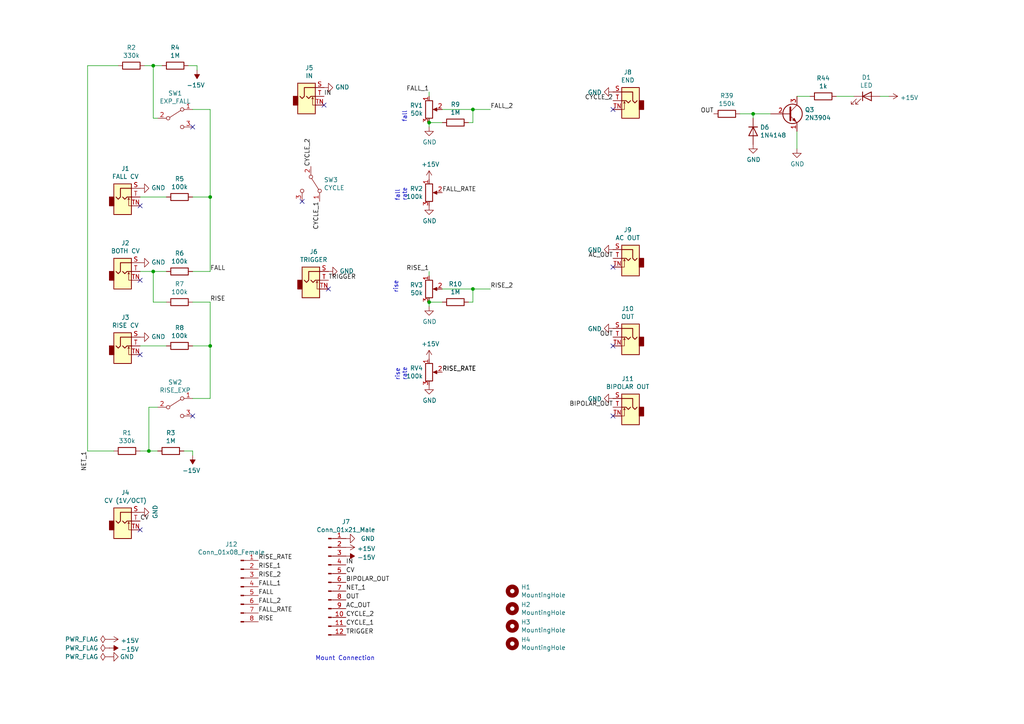
<source format=kicad_sch>
(kicad_sch (version 20230121) (generator eeschema)
  (paper "A4")
  (title_block (title "Voltage Controlled Slope") (date "2019-10-13") (rev "R01") (comment 1 "Original design by Ken Stone") (comment 2 "PCB for mounting the armatures") (comment 4 "License CC BY 4.0 - Attribution 4.0 International"))
  (lib_symbols
    (symbol "Connector:Conn_01x08_Pin" (pin_names (offset 1.016) hide)
      (property "Reference" "J" (at 0 10.16 0))
      (property "Value" "Conn_01x08_Pin" (at 0 -12.7 0))
      (symbol "Conn_01x08_Pin_1_1"
        (polyline (pts (xy 1.27 -10.16) (xy 0.8636 -10.16)) (stroke (width 0.1524)))
        (polyline (pts (xy 1.27 -7.62) (xy 0.8636 -7.62)) (stroke (width 0.1524)))
        (polyline (pts (xy 1.27 -5.08) (xy 0.8636 -5.08)) (stroke (width 0.1524)))
        (polyline (pts (xy 1.27 -2.54) (xy 0.8636 -2.54)) (stroke (width 0.1524)))
        (polyline (pts (xy 1.27 0) (xy 0.8636 0)) (stroke (width 0.1524)))
        (polyline (pts (xy 1.27 2.54) (xy 0.8636 2.54)) (stroke (width 0.1524)))
        (polyline (pts (xy 1.27 5.08) (xy 0.8636 5.08)) (stroke (width 0.1524)))
        (polyline (pts (xy 1.27 7.62) (xy 0.8636 7.62)) (stroke (width 0.1524)))
        (rectangle (start 0.8636 -10.033) (end 0 -10.287) (stroke (width 0.1524)) (fill (type outline)))
        (rectangle (start 0.8636 -7.493) (end 0 -7.747) (stroke (width 0.1524)) (fill (type outline)))
        (rectangle (start 0.8636 -4.953) (end 0 -5.207) (stroke (width 0.1524)) (fill (type outline)))
        (rectangle (start 0.8636 -2.413) (end 0 -2.667) (stroke (width 0.1524)) (fill (type outline)))
        (rectangle (start 0.8636 0.127) (end 0 -0.127) (stroke (width 0.1524)) (fill (type outline)))
        (rectangle (start 0.8636 2.667) (end 0 2.413) (stroke (width 0.1524)) (fill (type outline)))
        (rectangle (start 0.8636 5.207) (end 0 4.953) (stroke (width 0.1524)) (fill (type outline)))
        (rectangle (start 0.8636 7.747) (end 0 7.493) (stroke (width 0.1524)) (fill (type outline)))
        (pin passive line (at 5.08 7.62 180) (length 3.81) (name "Pin_1") (number "1"))
        (pin passive line (at 5.08 5.08 180) (length 3.81) (name "Pin_2") (number "2"))
        (pin passive line (at 5.08 2.54 180) (length 3.81) (name "Pin_3") (number "3"))
        (pin passive line (at 5.08 0 180) (length 3.81) (name "Pin_4") (number "4"))
        (pin passive line (at 5.08 -2.54 180) (length 3.81) (name "Pin_5") (number "5"))
        (pin passive line (at 5.08 -5.08 180) (length 3.81) (name "Pin_6") (number "6"))
        (pin passive line (at 5.08 -7.62 180) (length 3.81) (name "Pin_7") (number "7"))
        (pin passive line (at 5.08 -10.16 180) (length 3.81) (name "Pin_8") (number "8"))
      )
    )
    (symbol "Connector:Conn_01x12_Pin" (pin_names (offset 1.016) hide)
      (property "Reference" "J" (at 0 15.24 0))
      (property "Value" "Conn_01x12_Pin" (at 0 -17.78 0))
      (symbol "Conn_01x12_Pin_1_1"
        (polyline (pts (xy 1.27 -15.24) (xy 0.8636 -15.24)) (stroke (width 0.1524)))
        (polyline (pts (xy 1.27 -12.7) (xy 0.8636 -12.7)) (stroke (width 0.1524)))
        (polyline (pts (xy 1.27 -10.16) (xy 0.8636 -10.16)) (stroke (width 0.1524)))
        (polyline (pts (xy 1.27 -7.62) (xy 0.8636 -7.62)) (stroke (width 0.1524)))
        (polyline (pts (xy 1.27 -5.08) (xy 0.8636 -5.08)) (stroke (width 0.1524)))
        (polyline (pts (xy 1.27 -2.54) (xy 0.8636 -2.54)) (stroke (width 0.1524)))
        (polyline (pts (xy 1.27 0) (xy 0.8636 0)) (stroke (width 0.1524)))
        (polyline (pts (xy 1.27 2.54) (xy 0.8636 2.54)) (stroke (width 0.1524)))
        (polyline (pts (xy 1.27 5.08) (xy 0.8636 5.08)) (stroke (width 0.1524)))
        (polyline (pts (xy 1.27 7.62) (xy 0.8636 7.62)) (stroke (width 0.1524)))
        (polyline (pts (xy 1.27 10.16) (xy 0.8636 10.16)) (stroke (width 0.1524)))
        (polyline (pts (xy 1.27 12.7) (xy 0.8636 12.7)) (stroke (width 0.1524)))
        (rectangle (start 0.8636 -15.113) (end 0 -15.367) (stroke (width 0.1524)) (fill (type outline)))
        (rectangle (start 0.8636 -12.573) (end 0 -12.827) (stroke (width 0.1524)) (fill (type outline)))
        (rectangle (start 0.8636 -10.033) (end 0 -10.287) (stroke (width 0.1524)) (fill (type outline)))
        (rectangle (start 0.8636 -7.493) (end 0 -7.747) (stroke (width 0.1524)) (fill (type outline)))
        (rectangle (start 0.8636 -4.953) (end 0 -5.207) (stroke (width 0.1524)) (fill (type outline)))
        (rectangle (start 0.8636 -2.413) (end 0 -2.667) (stroke (width 0.1524)) (fill (type outline)))
        (rectangle (start 0.8636 0.127) (end 0 -0.127) (stroke (width 0.1524)) (fill (type outline)))
        (rectangle (start 0.8636 2.667) (end 0 2.413) (stroke (width 0.1524)) (fill (type outline)))
        (rectangle (start 0.8636 5.207) (end 0 4.953) (stroke (width 0.1524)) (fill (type outline)))
        (rectangle (start 0.8636 7.747) (end 0 7.493) (stroke (width 0.1524)) (fill (type outline)))
        (rectangle (start 0.8636 10.287) (end 0 10.033) (stroke (width 0.1524)) (fill (type outline)))
        (rectangle (start 0.8636 12.827) (end 0 12.573) (stroke (width 0.1524)) (fill (type outline)))
        (pin passive line (at 5.08 12.7 180) (length 3.81) (name "Pin_1") (number "1"))
        (pin passive line (at 5.08 -10.16 180) (length 3.81) (name "Pin_10") (number "10"))
        (pin passive line (at 5.08 -12.7 180) (length 3.81) (name "Pin_11") (number "11"))
        (pin passive line (at 5.08 -15.24 180) (length 3.81) (name "Pin_12") (number "12"))
        (pin passive line (at 5.08 10.16 180) (length 3.81) (name "Pin_2") (number "2"))
        (pin passive line (at 5.08 7.62 180) (length 3.81) (name "Pin_3") (number "3"))
        (pin passive line (at 5.08 5.08 180) (length 3.81) (name "Pin_4") (number "4"))
        (pin passive line (at 5.08 2.54 180) (length 3.81) (name "Pin_5") (number "5"))
        (pin passive line (at 5.08 0 180) (length 3.81) (name "Pin_6") (number "6"))
        (pin passive line (at 5.08 -2.54 180) (length 3.81) (name "Pin_7") (number "7"))
        (pin passive line (at 5.08 -5.08 180) (length 3.81) (name "Pin_8") (number "8"))
        (pin passive line (at 5.08 -7.62 180) (length 3.81) (name "Pin_9") (number "9"))
      )
    )
    (symbol "Connector_Audio:AudioJack2_SwitchT"
      (property "Reference" "J" (at 0 8.89 0))
      (property "Value" "AudioJack2_SwitchT" (at 0 6.35 0))
      (symbol "AudioJack2_SwitchT_0_1"
        (rectangle (start -2.54 0) (end -3.81 -2.54) (stroke (width 0.254)) (fill (type outline)))
        (polyline (pts (xy 1.778 -0.254) (xy 2.032 -0.762)))
        (polyline (pts (xy 0 0) (xy 0.635 -0.635) (xy 1.27 0) (xy 2.54 0)) (stroke (width 0.254)))
        (polyline (pts (xy 2.54 -2.54) (xy 1.778 -2.54) (xy 1.778 -0.254) (xy 1.524 -0.762)))
        (polyline (pts (xy 2.54 2.54) (xy -0.635 2.54) (xy -0.635 0) (xy -1.27 -0.635) (xy -1.905 0)) (stroke (width 0.254)))
        (rectangle (start 2.54 3.81) (end -2.54 -5.08) (stroke (width 0.254)) (fill (type background)))
      )
      (symbol "AudioJack2_SwitchT_1_1"
        (pin passive line (at 5.08 2.54 180) (length 2.54) (name "~") (number "S"))
        (pin passive line (at 5.08 0 180) (length 2.54) (name "~") (number "T"))
        (pin passive line (at 5.08 -2.54 180) (length 2.54) (name "~") (number "TN"))
      )
    )
    (symbol "Device:LED" (pin_numbers hide) (pin_names (offset 1.016) hide)
      (property "Reference" "D" (at 0 2.54 0))
      (property "Value" "LED" (at 0 -2.54 0))
      (symbol "LED_0_1"
        (polyline (pts (xy -1.27 -1.27) (xy -1.27 1.27)) (stroke (width 0.254)))
        (polyline (pts (xy -1.27 0) (xy 1.27 0)))
        (polyline (pts (xy 1.27 -1.27) (xy 1.27 1.27) (xy -1.27 0) (xy 1.27 -1.27)) (stroke (width 0.254)))
        (polyline (pts (xy -3.048 -0.762) (xy -4.572 -2.286) (xy -3.81 -2.286) (xy -4.572 -2.286) (xy -4.572 -1.524)))
        (polyline (pts (xy -1.778 -0.762) (xy -3.302 -2.286) (xy -2.54 -2.286) (xy -3.302 -2.286) (xy -3.302 -1.524)))
      )
      (symbol "LED_1_1"
        (pin passive line (at -3.81 0 0) (length 2.54) (name "K") (number "1"))
        (pin passive line (at 3.81 0 180) (length 2.54) (name "A") (number "2"))
      )
    )
    (symbol "Device:R" (pin_numbers hide) (pin_names (offset 0))
      (property "Reference" "R" (at 2.032 0 90))
      (property "Value" "R" (at 0 0 90))
      (symbol "R_0_1"
        (rectangle (start -1.016 -2.54) (end 1.016 2.54) (stroke (width 0.254)))
      )
      (symbol "R_1_1"
        (pin passive line (at 0 3.81 270) (length 1.27) (name "~") (number "1"))
        (pin passive line (at 0 -3.81 90) (length 1.27) (name "~") (number "2"))
      )
    )
    (symbol "Device:R_Potentiometer" (pin_names (offset 1.016) hide)
      (property "Reference" "RV" (at -4.445 0 90))
      (property "Value" "R_Potentiometer" (at -2.54 0 90))
      (symbol "R_Potentiometer_0_1"
        (polyline (pts (xy 2.54 0) (xy 1.524 0)))
        (polyline (pts (xy 1.143 0) (xy 2.286 0.508) (xy 2.286 -0.508) (xy 1.143 0)) (fill (type outline)))
        (rectangle (start 1.016 2.54) (end -1.016 -2.54) (stroke (width 0.254)))
      )
      (symbol "R_Potentiometer_1_1"
        (pin passive line (at 0 3.81 270) (length 1.27) (name "1") (number "1"))
        (pin passive line (at 3.81 0 180) (length 1.27) (name "2") (number "2"))
        (pin passive line (at 0 -3.81 90) (length 1.27) (name "3") (number "3"))
      )
    )
    (symbol "Diode:1N4148" (pin_numbers hide) (pin_names hide)
      (property "Reference" "D" (at 0 2.54 0))
      (property "Value" "1N4148" (at 0 -2.54 0))
      (symbol "1N4148_0_1"
        (polyline (pts (xy -1.27 1.27) (xy -1.27 -1.27)) (stroke (width 0.254)))
        (polyline (pts (xy 1.27 0) (xy -1.27 0)))
        (polyline (pts (xy 1.27 1.27) (xy 1.27 -1.27) (xy -1.27 0) (xy 1.27 1.27)) (stroke (width 0.254)))
      )
      (symbol "1N4148_1_1"
        (pin passive line (at -3.81 0 0) (length 2.54) (name "K") (number "1"))
        (pin passive line (at 3.81 0 180) (length 2.54) (name "A") (number "2"))
      )
    )
    (symbol "Mechanical:MountingHole" (pin_names (offset 1.016))
      (property "Reference" "H" (at 0 5.08 0))
      (property "Value" "MountingHole" (at 0 3.175 0))
      (symbol "MountingHole_0_1"
        (circle (center 0 0) (radius 1.27) (stroke (width 1.27)))
      )
    )
    (symbol "Switch:SW_SPDT" (pin_names (offset 0) hide)
      (property "Reference" "SW" (at 0 4.318 0))
      (property "Value" "SW_SPDT" (at 0 -5.08 0))
      (symbol "SW_SPDT_0_0"
        (circle (center -2.032 0) (radius 0.508))
        (circle (center 2.032 -2.54) (radius 0.508))
      )
      (symbol "SW_SPDT_0_1"
        (polyline (pts (xy -1.524 0.254) (xy 1.651 2.286)))
        (circle (center 2.032 2.54) (radius 0.508))
      )
      (symbol "SW_SPDT_1_1"
        (pin passive line (at 5.08 2.54 180) (length 2.54) (name "A") (number "1"))
        (pin passive line (at -5.08 0 0) (length 2.54) (name "B") (number "2"))
        (pin passive line (at 5.08 -2.54 180) (length 2.54) (name "C") (number "3"))
      )
    )
    (symbol "Transistor_BJT:2N3904" (pin_names (offset 0) hide)
      (property "Reference" "Q" (at 5.08 1.905 0))
      (property "Value" "2N3904" (at 5.08 0 0))
      (symbol "2N3904_0_1"
        (polyline (pts (xy 0.635 0.635) (xy 2.54 2.54)))
        (polyline (pts (xy 0.635 -0.635) (xy 2.54 -2.54) (xy 2.54 -2.54)))
        (polyline (pts (xy 0.635 1.905) (xy 0.635 -1.905) (xy 0.635 -1.905)) (stroke (width 0.508)))
        (polyline (pts (xy 1.27 -1.778) (xy 1.778 -1.27) (xy 2.286 -2.286) (xy 1.27 -1.778) (xy 1.27 -1.778)) (fill (type outline)))
        (circle (center 1.27 0) (radius 2.8194) (stroke (width 0.254)))
      )
      (symbol "2N3904_1_1"
        (pin passive line (at 2.54 -5.08 90) (length 2.54) (name "E") (number "1"))
        (pin passive line (at -5.08 0 0) (length 5.715) (name "B") (number "2"))
        (pin passive line (at 2.54 5.08 270) (length 2.54) (name "C") (number "3"))
      )
    )
    (symbol "power:+15V" (power) (pin_names (offset 0))
      (property "Value" "+15V" (at 0 3.556 0))
      (symbol "+15V_0_1"
        (polyline (pts (xy -0.762 1.27) (xy 0 2.54)))
        (polyline (pts (xy 0 0) (xy 0 2.54)))
        (polyline (pts (xy 0 2.54) (xy 0.762 1.27)))
      )
      (symbol "+15V_1_1"
        (pin power_in line (at 0 0 90) (length 0) hide (name "+15V") (number "1"))
      )
    )
    (symbol "power:-15V" (power) (pin_names (offset 0))
      (property "Value" "-15V" (at 0 3.81 0))
      (symbol "-15V_0_0"
        (pin power_in line (at 0 0 90) (length 0) hide (name "-15V") (number "1"))
      )
      (symbol "-15V_0_1"
        (polyline (pts (xy 0 0) (xy 0 1.27) (xy 0.762 1.27) (xy 0 2.54) (xy -0.762 1.27) (xy 0 1.27)) (fill (type outline)))
      )
    )
    (symbol "power:GND" (power) (pin_names (offset 0))
      (property "Value" "GND" (at 0 -3.81 0))
      (symbol "GND_0_1"
        (polyline (pts (xy 0 0) (xy 0 -1.27) (xy 1.27 -1.27) (xy 0 -2.54) (xy -1.27 -1.27) (xy 0 -1.27)))
      )
      (symbol "GND_1_1"
        (pin power_in line (at 0 0 270) (length 0) hide (name "GND") (number "1"))
      )
    )
    (symbol "power:PWR_FLAG" (power) (pin_numbers hide) (pin_names (offset 0) hide)
      (property "Value" "PWR_FLAG" (at 0 3.81 0))
      (symbol "PWR_FLAG_0_0"
        (pin power_out line (at 0 0 90) (length 0) (name "pwr") (number "1"))
      )
      (symbol "PWR_FLAG_0_1"
        (polyline (pts (xy 0 0) (xy 0 1.27) (xy -1.016 1.905) (xy 0 2.54) (xy 1.016 1.905) (xy 0 1.27)))
      )
    )
  )
  (junction (at 43.18 130.81))
  (junction (at 124.46 35.56))
  (junction (at 137.16 31.75))
  (junction (at 124.46 87.63))
  (junction (at 44.45 78.74))
  (junction (at 44.45 19.05))
  (junction (at 218.44 33.02))
  (junction (at 137.16 83.82))
  (junction (at 60.96 100.33))
  (junction (at 60.96 57.15))
  (no_connect (at 40.64 102.87))
  (no_connect (at 93.98 30.48))
  (no_connect (at 87.63 58.42))
  (no_connect (at 177.8 120.65))
  (no_connect (at 40.64 153.67))
  (no_connect (at 177.8 77.47))
  (no_connect (at 177.8 100.33))
  (no_connect (at 40.64 81.28))
  (no_connect (at 177.8 31.75))
  (no_connect (at 55.88 36.83))
  (no_connect (at 95.25 83.82))
  (no_connect (at 55.88 120.65))
  (no_connect (at 40.64 59.69))
  (wire (pts (xy 48.26 78.74) (xy 44.45 78.74)))
  (wire (pts (xy 124.46 87.63) (xy 124.46 86.36)))
  (wire (pts (xy 25.4 130.81) (xy 25.4 19.05)))
  (wire (pts (xy 124.46 36.83) (xy 124.46 35.56)))
  (wire (pts (xy 55.88 87.63) (xy 60.96 87.63)))
  (wire (pts (xy 223.52 33.02) (xy 218.44 33.02)))
  (wire (pts (xy 55.88 130.81) (xy 55.88 132.08)))
  (wire (pts (xy 44.45 34.29) (xy 45.72 34.29)))
  (wire (pts (xy 137.16 87.63) (xy 135.89 87.63)))
  (wire (pts (xy 128.27 83.82) (xy 137.16 83.82)))
  (wire (pts (xy 255.27 27.94) (xy 257.81 27.94)))
  (wire (pts (xy 137.16 83.82) (xy 142.24 83.82)))
  (wire (pts (xy 231.14 27.94) (xy 234.95 27.94)))
  (wire (pts (xy 48.26 57.15) (xy 40.64 57.15)))
  (wire (pts (xy 60.96 57.15) (xy 60.96 78.74)))
  (wire (pts (xy 55.88 100.33) (xy 60.96 100.33)))
  (wire (pts (xy 48.26 100.33) (xy 40.64 100.33)))
  (wire (pts (xy 25.4 19.05) (xy 34.29 19.05)))
  (wire (pts (xy 137.16 35.56) (xy 135.89 35.56)))
  (wire (pts (xy 60.96 31.75) (xy 60.96 57.15)))
  (wire (pts (xy 40.64 130.81) (xy 43.18 130.81)))
  (wire (pts (xy 43.18 130.81) (xy 45.72 130.81)))
  (wire (pts (xy 124.46 35.56) (xy 124.46 34.29)))
  (wire (pts (xy 53.34 130.81) (xy 55.88 130.81)))
  (wire (pts (xy 41.91 19.05) (xy 44.45 19.05)))
  (wire (pts (xy 137.16 87.63) (xy 137.16 83.82)))
  (wire (pts (xy 55.88 115.57) (xy 60.96 115.57)))
  (wire (pts (xy 45.72 118.11) (xy 43.18 118.11)))
  (wire (pts (xy 44.45 19.05) (xy 46.99 19.05)))
  (wire (pts (xy 128.27 31.75) (xy 137.16 31.75)))
  (wire (pts (xy 137.16 35.56) (xy 137.16 31.75)))
  (wire (pts (xy 242.57 27.94) (xy 247.65 27.94)))
  (wire (pts (xy 218.44 33.02) (xy 214.63 33.02)))
  (wire (pts (xy 231.14 43.18) (xy 231.14 38.1)))
  (wire (pts (xy 124.46 88.9) (xy 124.46 87.63)))
  (wire (pts (xy 128.27 87.63) (xy 124.46 87.63)))
  (wire (pts (xy 48.26 87.63) (xy 44.45 87.63)))
  (wire (pts (xy 33.02 130.81) (xy 25.4 130.81)))
  (wire (pts (xy 44.45 78.74) (xy 40.64 78.74)))
  (wire (pts (xy 137.16 31.75) (xy 142.24 31.75)))
  (wire (pts (xy 124.46 27.94) (xy 124.46 26.67)))
  (wire (pts (xy 55.88 31.75) (xy 60.96 31.75)))
  (wire (pts (xy 44.45 19.05) (xy 44.45 34.29)))
  (wire (pts (xy 124.46 80.01) (xy 124.46 78.74)))
  (wire (pts (xy 43.18 118.11) (xy 43.18 130.81)))
  (wire (pts (xy 57.15 19.05) (xy 57.15 20.32)))
  (wire (pts (xy 44.45 87.63) (xy 44.45 78.74)))
  (wire (pts (xy 55.88 57.15) (xy 60.96 57.15)))
  (wire (pts (xy 54.61 19.05) (xy 57.15 19.05)))
  (wire (pts (xy 218.44 34.29) (xy 218.44 33.02)))
  (wire (pts (xy 128.27 35.56) (xy 124.46 35.56)))
  (wire (pts (xy 60.96 87.63) (xy 60.96 100.33)))
  (wire (pts (xy 60.96 78.74) (xy 55.88 78.74)))
  (wire (pts (xy 60.96 100.33) (xy 60.96 115.57)))
  (text "Mount Connection" (at 91.44 191.77 0) (effects (font (size 1.27 1.27)) (justify left bottom)))
  (text "rise\nrate" (at 118.11 110.49 90) (effects (font (size 1.27 1.27)) (justify left bottom)))
  (text "fall\nrate" (at 118.11 58.42 90) (effects (font (size 1.27 1.27)) (justify left bottom)))
  (text "fall" (at 118.11 35.56 90) (effects (font (size 1.27 1.27)) (justify left bottom)))
  (text "rise" (at 115.57 85.09 90) (effects (font (size 1.27 1.27)) (justify left bottom)))
  (label "CYCLE_1" (at 100.33 181.61 0))
  (label "IN" (at 100.33 163.83 0))
  (label "CYCLE_2" (at 90.17 48.26 90))
  (label "FALL_1" (at 74.93 170.18 0))
  (label "OUT" (at 207.01 33.02 180))
  (label "FALL_RATE" (at 128.27 55.88 0))
  (label "RISE_1" (at 74.93 165.1 0))
  (label "AC_OUT" (at 100.33 176.53 0))
  (label "RISE" (at 60.96 87.63 0))
  (label "RISE_RATE" (at 128.27 107.95 0))
  (label "RISE_1" (at 124.46 78.74 180))
  (label "FALL_2" (at 142.24 31.75 0))
  (label "FALL_2" (at 74.93 175.26 0))
  (label "RISE" (at 74.93 180.34 0))
  (label "NET_1" (at 100.33 171.45 0))
  (label "BIPOLAR_OUT" (at 100.33 168.91 0))
  (label "RISE_2" (at 74.93 167.64 0))
  (label "FALL_RATE" (at 74.93 177.8 0))
  (label "OUT" (at 177.8 97.79 180))
  (label "CYCLE_2" (at 100.33 179.07 0))
  (label "TRIGGER" (at 95.25 81.28 0))
  (label "TRIGGER" (at 100.33 184.15 0))
  (label "IN" (at 93.98 27.94 0))
  (label "NET_1" (at 25.4 130.81 270))
  (label "CV" (at 40.64 151.13 0))
  (label "CYCLE_1" (at 92.71 58.42 270))
  (label "BIPOLAR_OUT" (at 177.8 118.11 180))
  (label "FALL_1" (at 124.46 26.67 180))
  (label "CV" (at 100.33 166.37 0))
  (label "RISE_2" (at 142.24 83.82 0))
  (label "OUT" (at 100.33 173.99 0))
  (label "FALL" (at 74.93 172.72 0))
  (label "AC_OUT" (at 177.8 74.93 180))
  (label "RISE_RATE" (at 128.27 107.95 0))
  (label "FALL" (at 60.96 78.74 0))
  (label "RISE_RATE" (at 74.93 162.56 0))
  (label "CYCLE_2" (at 177.8 29.21 180))
  (symbol (lib_id "power:PWR_FLAG") (at 31.75 185.42 90) (unit 1)
    (property "Reference" "#FLG01" (effects hide))
    (property "Value" "PWR_FLAG" (at 28.4988 185.42 90) (effects (justify left)))
  )
  (symbol (lib_id "Mechanical:MountingHole") (at 148.59 171.45 0) (unit 1)
    (property "Reference" "H1" (at 151.13 170.2816 0) (effects (justify left)))
    (property "Value" "MountingHole" (at 151.13 172.593 0) (effects (justify left)))
    (property "Footprint" "MountingHole:MountingHole_2.2mm_M2" (effects hide))
  )
  (symbol (lib_id "Mechanical:MountingHole") (at 148.59 176.53 0) (unit 1)
    (property "Reference" "H2" (at 151.13 175.3616 0) (effects (justify left)))
    (property "Value" "MountingHole" (at 151.13 177.673 0) (effects (justify left)))
    (property "Footprint" "MountingHole:MountingHole_2.2mm_M2" (effects hide))
  )
  (symbol (lib_id "Mechanical:MountingHole") (at 148.59 181.61 0) (unit 1)
    (property "Reference" "H3" (at 151.13 180.4416 0) (effects (justify left)))
    (property "Value" "MountingHole" (at 151.13 182.753 0) (effects (justify left)))
    (property "Footprint" "MountingHole:MountingHole_2.2mm_M2" (effects hide))
  )
  (symbol (lib_id "Mechanical:MountingHole") (at 148.59 186.69 0) (unit 1)
    (property "Reference" "H4" (at 151.13 185.5216 0) (effects (justify left)))
    (property "Value" "MountingHole" (at 151.13 187.833 0) (effects (justify left)))
    (property "Footprint" "MountingHole:MountingHole_2.2mm_M2" (effects hide))
  )
  (symbol (lib_id "power:+15V") (at 31.75 185.42 270) (unit 1)
    (property "Reference" "#PWR01" (effects hide))
    (property "Value" "+15V" (at 35.0012 185.801 90) (effects (justify left)))
  )
  (symbol (lib_id "power:-15V") (at 31.75 187.96 270) (unit 1)
    (property "Reference" "#PWR02" (effects hide))
    (property "Value" "-15V" (at 35.0012 188.341 90) (effects (justify left)))
  )
  (symbol (lib_id "power:GND") (at 31.75 190.5 90) (unit 1)
    (property "Reference" "#PWR03" (effects hide))
    (property "Value" "GND" (at 36.83 190.5 90))
  )
  (symbol (lib_id "power:PWR_FLAG") (at 31.75 187.96 90) (unit 1)
    (property "Reference" "#FLG02" (effects hide))
    (property "Value" "PWR_FLAG" (at 28.4988 187.96 90) (effects (justify left)))
  )
  (symbol (lib_id "power:PWR_FLAG") (at 31.75 190.5 90) (unit 1)
    (property "Reference" "#FLG03" (effects hide))
    (property "Value" "PWR_FLAG" (at 28.4988 190.5 90) (effects (justify left)))
  )
  (symbol (lib_id "Switch:SW_SPDT") (at 90.17 53.34 270) (unit 1)
    (property "Reference" "SW3" (at 93.9292 52.1716 90) (effects (justify left)))
    (property "Value" "CYCLE" (at 93.9292 54.483 90) (effects (justify left)))
    (property "Footprint" "4ms-footprints:SPDT_KIT" (effects hide))
  )
  (symbol (lib_id "Connector_Audio:AudioJack2_SwitchT") (at 182.88 29.21 0) (mirror y) (unit 1)
    (property "Reference" "J8" (at 182.0672 20.955 0))
    (property "Value" "END" (at 182.0672 23.2664 0))
    (property "Footprint" "elektrophon:Jack_3.5mm_QingPu_WQP-PJ398SM_Vertical_CircularHoles" (effects hide))
  )
  (symbol (lib_id "Connector_Audio:AudioJack2_SwitchT") (at 182.88 74.93 0) (mirror y) (unit 1)
    (property "Reference" "J9" (at 182.0672 66.675 0))
    (property "Value" "AC OUT" (at 182.0672 68.9864 0))
    (property "Footprint" "elektrophon:Jack_3.5mm_QingPu_WQP-PJ398SM_Vertical_CircularHoles" (effects hide))
  )
  (symbol (lib_id "Connector_Audio:AudioJack2_SwitchT") (at 182.88 97.79 0) (mirror y) (unit 1)
    (property "Reference" "J10" (at 182.0672 89.535 0))
    (property "Value" "OUT" (at 182.0672 91.8464 0))
    (property "Footprint" "elektrophon:Jack_3.5mm_QingPu_WQP-PJ398SM_Vertical_CircularHoles" (effects hide))
  )
  (symbol (lib_id "Connector_Audio:AudioJack2_SwitchT") (at 182.88 118.11 0) (mirror y) (unit 1)
    (property "Reference" "J11" (at 182.0672 109.855 0))
    (property "Value" "BIPOLAR OUT" (at 182.0672 112.1664 0))
    (property "Footprint" "elektrophon:Jack_3.5mm_QingPu_WQP-PJ398SM_Vertical_CircularHoles" (effects hide))
  )
  (symbol (lib_id "power:GND") (at 177.8 26.67 270) (unit 1)
    (property "Reference" "#PWR021" (effects hide))
    (property "Value" "GND" (at 174.5488 26.797 90) (effects (justify right)))
  )
  (symbol (lib_id "Connector_Audio:AudioJack2_SwitchT") (at 35.56 78.74 0) (unit 1)
    (property "Reference" "J2" (at 36.3728 70.485 0))
    (property "Value" "BOTH CV" (at 36.3728 72.7964 0))
    (property "Footprint" "elektrophon:Jack_3.5mm_QingPu_WQP-PJ398SM_Vertical_CircularHoles" (effects hide))
  )
  (symbol (lib_id "Connector_Audio:AudioJack2_SwitchT") (at 35.56 100.33 0) (unit 1)
    (property "Reference" "J3" (at 36.3728 92.075 0))
    (property "Value" "RISE CV" (at 36.3728 94.3864 0))
    (property "Footprint" "elektrophon:Jack_3.5mm_QingPu_WQP-PJ398SM_Vertical_CircularHoles" (effects hide))
  )
  (symbol (lib_id "Connector_Audio:AudioJack2_SwitchT") (at 35.56 151.13 0) (unit 1)
    (property "Reference" "J4" (at 36.3728 142.875 0))
    (property "Value" "CV (1V/OCT)" (at 36.3728 145.1864 0))
    (property "Footprint" "elektrophon:Jack_3.5mm_QingPu_WQP-PJ398SM_Vertical_CircularHoles" (effects hide))
  )
  (symbol (lib_id "Device:R") (at 132.08 35.56 90) (unit 1)
    (property "Reference" "R9" (at 132.08 30.3022 90))
    (property "Value" "1M" (at 132.08 32.6136 90))
    (property "Footprint" "Resistor_THT:R_Axial_DIN0207_L6.3mm_D2.5mm_P10.16mm_Horizontal" (effects hide))
  )
  (symbol (lib_id "power:GND") (at 124.46 36.83 0) (unit 1)
    (property "Reference" "#PWR015" (effects hide))
    (property "Value" "GND" (at 124.587 41.2242 0))
  )
  (symbol (lib_id "Device:R") (at 50.8 19.05 90) (unit 1)
    (property "Reference" "R4" (at 50.8 13.7922 90))
    (property "Value" "1M" (at 50.8 16.1036 90))
    (property "Footprint" "Resistor_THT:R_Axial_DIN0207_L6.3mm_D2.5mm_P10.16mm_Horizontal" (effects hide))
  )
  (symbol (lib_id "Device:R") (at 36.83 130.81 90) (unit 1)
    (property "Reference" "R1" (at 36.83 125.5522 90))
    (property "Value" "330k" (at 36.83 127.8636 90))
    (property "Footprint" "Resistor_THT:R_Axial_DIN0207_L6.3mm_D2.5mm_P10.16mm_Horizontal" (effects hide))
  )
  (symbol (lib_id "Device:R") (at 49.53 130.81 90) (unit 1)
    (property "Reference" "R3" (at 49.53 125.5522 90))
    (property "Value" "1M" (at 49.53 127.8636 90))
    (property "Footprint" "Resistor_THT:R_Axial_DIN0207_L6.3mm_D2.5mm_P10.16mm_Horizontal" (effects hide))
  )
  (symbol (lib_id "power:GND") (at 124.46 88.9 0) (unit 1)
    (property "Reference" "#PWR018" (effects hide))
    (property "Value" "GND" (at 124.587 93.2942 0))
  )
  (symbol (lib_id "Device:R_Potentiometer") (at 124.46 107.95 0) (unit 1)
    (property "Reference" "RV4" (at 122.682 106.7816 0) (effects (justify right)))
    (property "Value" "100k" (at 122.682 109.093 0) (effects (justify right)))
    (property "Footprint" "elektrophon:Potentiometer_Alpha_RD901F-40-00D_Single_Vertical" (effects hide))
  )
  (symbol (lib_id "power:GND") (at 40.64 54.61 90) (unit 1)
    (property "Reference" "#PWR04" (effects hide))
    (property "Value" "GND" (at 43.8912 54.483 90) (effects (justify right)))
  )
  (symbol (lib_id "power:GND") (at 40.64 76.2 90) (unit 1)
    (property "Reference" "#PWR05" (effects hide))
    (property "Value" "GND" (at 43.8912 76.073 90) (effects (justify right)))
  )
  (symbol (lib_id "power:GND") (at 177.8 72.39 270) (unit 1)
    (property "Reference" "#PWR022" (effects hide))
    (property "Value" "GND" (at 174.5488 72.517 90) (effects (justify right)))
  )
  (symbol (lib_id "power:GND") (at 177.8 95.25 270) (unit 1)
    (property "Reference" "#PWR023" (effects hide))
    (property "Value" "GND" (at 174.5488 95.377 90) (effects (justify right)))
  )
  (symbol (lib_id "Connector_Audio:AudioJack2_SwitchT") (at 35.56 57.15 0) (unit 1)
    (property "Reference" "J1" (at 36.3728 48.895 0))
    (property "Value" "FALL CV" (at 36.3728 51.2064 0))
    (property "Footprint" "elektrophon:Jack_3.5mm_QingPu_WQP-PJ398SM_Vertical_CircularHoles" (effects hide))
  )
  (symbol (lib_id "Connector_Audio:AudioJack2_SwitchT") (at 88.9 27.94 0) (unit 1)
    (property "Reference" "J5" (at 89.7128 19.685 0))
    (property "Value" "IN" (at 89.7128 21.9964 0))
    (property "Footprint" "elektrophon:Jack_3.5mm_QingPu_WQP-PJ398SM_Vertical_CircularHoles" (effects hide))
  )
  (symbol (lib_id "power:GND") (at 93.98 25.4 90) (unit 1)
    (property "Reference" "#PWR010" (effects hide))
    (property "Value" "GND" (at 97.2312 25.273 90) (effects (justify right)))
  )
  (symbol (lib_id "Device:R_Potentiometer") (at 124.46 31.75 0) (unit 1)
    (property "Reference" "RV1" (at 122.682 30.5816 0) (effects (justify right)))
    (property "Value" "50k" (at 122.682 32.893 0) (effects (justify right)))
    (property "Footprint" "elektrophon:Potentiometer_Alpha_RD901F-40-00D_Single_Vertical" (effects hide))
  )
  (symbol (lib_id "Switch:SW_SPDT") (at 50.8 34.29 0) (unit 1)
    (property "Reference" "SW1" (at 50.8 27.051 0))
    (property "Value" "EXP_FALL" (at 50.8 29.3624 0))
    (property "Footprint" "4ms-footprints:SPDT_KIT" (effects hide))
  )
  (symbol (lib_id "Device:R") (at 38.1 19.05 90) (unit 1)
    (property "Reference" "R2" (at 38.1 13.7922 90))
    (property "Value" "330k" (at 38.1 16.1036 90))
    (property "Footprint" "Resistor_THT:R_Axial_DIN0207_L6.3mm_D2.5mm_P10.16mm_Horizontal" (effects hide))
  )
  (symbol (lib_id "Device:R") (at 52.07 57.15 90) (unit 1)
    (property "Reference" "R5" (at 52.07 51.8922 90))
    (property "Value" "100k" (at 52.07 54.2036 90))
    (property "Footprint" "Resistor_THT:R_Axial_DIN0207_L6.3mm_D2.5mm_P10.16mm_Horizontal" (effects hide))
  )
  (symbol (lib_id "Device:R") (at 52.07 78.74 90) (unit 1)
    (property "Reference" "R6" (at 52.07 73.4822 90))
    (property "Value" "100k" (at 52.07 75.7936 90))
    (property "Footprint" "Resistor_THT:R_Axial_DIN0207_L6.3mm_D2.5mm_P10.16mm_Horizontal" (effects hide))
  )
  (symbol (lib_id "Device:R") (at 52.07 100.33 90) (unit 1)
    (property "Reference" "R8" (at 52.07 95.0722 90))
    (property "Value" "100k" (at 52.07 97.3836 90))
    (property "Footprint" "Resistor_THT:R_Axial_DIN0207_L6.3mm_D2.5mm_P10.16mm_Horizontal" (effects hide))
  )
  (symbol (lib_id "Device:R") (at 52.07 87.63 90) (unit 1)
    (property "Reference" "R7" (at 52.07 82.3722 90))
    (property "Value" "100k" (at 52.07 84.6836 90))
    (property "Footprint" "Resistor_THT:R_Axial_DIN0207_L6.3mm_D2.5mm_P10.16mm_Horizontal" (effects hide))
  )
  (symbol (lib_id "Switch:SW_SPDT") (at 50.8 118.11 0) (unit 1)
    (property "Reference" "SW2" (at 50.8 110.871 0))
    (property "Value" "RISE_EXP" (at 50.8 113.1824 0))
    (property "Footprint" "4ms-footprints:SPDT_KIT" (effects hide))
  )
  (symbol (lib_id "Device:R_Potentiometer") (at 124.46 83.82 0) (unit 1)
    (property "Reference" "RV3" (at 122.682 82.6516 0) (effects (justify right)))
    (property "Value" "50k" (at 122.682 84.963 0) (effects (justify right)))
    (property "Footprint" "elektrophon:Potentiometer_Alpha_RD901F-40-00D_Single_Vertical" (effects hide))
  )
  (symbol (lib_id "Device:R") (at 132.08 87.63 90) (unit 1)
    (property "Reference" "R10" (at 132.08 82.3722 90))
    (property "Value" "1M" (at 132.08 84.6836 90))
    (property "Footprint" "Resistor_THT:R_Axial_DIN0207_L6.3mm_D2.5mm_P10.16mm_Horizontal" (effects hide))
  )
  (symbol (lib_id "Device:R_Potentiometer") (at 124.46 55.88 0) (unit 1)
    (property "Reference" "RV2" (at 122.682 54.7116 0) (effects (justify right)))
    (property "Value" "100k" (at 122.682 57.023 0) (effects (justify right)))
    (property "Footprint" "elektrophon:Potentiometer_Alpha_RD901F-40-00D_Single_Vertical" (effects hide))
  )
  (symbol (lib_id "power:-15V") (at 57.15 20.32 180) (unit 1)
    (property "Reference" "#PWR09" (effects hide))
    (property "Value" "-15V" (at 56.769 24.7142 0))
  )
  (symbol (lib_id "power:-15V") (at 55.88 132.08 180) (unit 1)
    (property "Reference" "#PWR08" (effects hide))
    (property "Value" "-15V" (at 55.499 136.4742 0))
  )
  (symbol (lib_id "power:GND") (at 124.46 59.69 0) (unit 1)
    (property "Reference" "#PWR017" (effects hide))
    (property "Value" "GND" (at 124.587 64.0842 0))
  )
  (symbol (lib_id "power:+15V") (at 124.46 52.07 0) (unit 1)
    (property "Reference" "#PWR016" (effects hide))
    (property "Value" "+15V" (at 124.841 47.6758 0))
  )
  (symbol (lib_id "power:+15V") (at 124.46 104.14 0) (unit 1)
    (property "Reference" "#PWR019" (effects hide))
    (property "Value" "+15V" (at 124.841 99.7458 0))
  )
  (symbol (lib_id "power:GND") (at 124.46 111.76 0) (unit 1)
    (property "Reference" "#PWR020" (effects hide))
    (property "Value" "GND" (at 124.587 116.1542 0))
  )
  (symbol (lib_id "power:GND") (at 40.64 97.79 90) (unit 1)
    (property "Reference" "#PWR06" (effects hide))
    (property "Value" "GND" (at 43.8912 97.663 90) (effects (justify right)))
  )
  (symbol (lib_id "power:GND") (at 40.64 148.59 90) (unit 1)
    (property "Reference" "#PWR07" (effects hide))
    (property "Value" "GND" (at 45.0342 148.463 0))
  )
  (symbol (lib_id "power:GND") (at 177.8 115.57 270) (unit 1)
    (property "Reference" "#PWR024" (effects hide))
    (property "Value" "GND" (at 174.5488 115.697 90) (effects (justify right)))
  )
  (symbol (lib_id "Connector:Conn_01x12_Pin") (at 95.25 168.91 0) (unit 1)
    (property "Reference" "J7" (at 100.33 151.3586 0))
    (property "Value" "Conn_01x21_Male" (at 100.33 153.67 0))
    (property "Footprint" "Connector_PinHeader_2.54mm:PinHeader_1x21_P2.54mm_Vertical" (effects hide))
  )
  (symbol (lib_id "Transistor_BJT:2N3904") (at 228.6 33.02 0) (unit 1)
    (property "Reference" "Q3" (at 233.426 31.8516 0) (effects (justify left)))
    (property "Value" "2N3904" (at 233.426 34.163 0) (effects (justify left)))
    (property "Footprint" "Package_TO_SOT_THT:TO-92_Inline" (effects hide))
    (property "Datasheet" "https://www.fairchildsemi.com/datasheets/2N/2N3904.pdf" (effects hide))
  )
  (symbol (lib_id "Diode:1N4148") (at 218.44 38.1 270) (unit 1)
    (property "Reference" "D6" (at 220.4466 36.9316 90) (effects (justify left)))
    (property "Value" "1N4148" (at 220.4466 39.243 90) (effects (justify left)))
    (property "Footprint" "Diode_THT:D_DO-35_SOD27_P7.62mm_Horizontal" (effects hide))
    (property "Datasheet" "https://assets.nexperia.com/documents/data-sheet/1N4148_1N4448.pdf" (effects hide))
  )
  (symbol (lib_id "power:GND") (at 218.44 41.91 0) (unit 1)
    (property "Reference" "#PWR026" (effects hide))
    (property "Value" "GND" (at 218.567 46.3042 0))
  )
  (symbol (lib_id "Device:R") (at 210.82 33.02 90) (unit 1)
    (property "Reference" "R39" (at 210.82 27.7622 90))
    (property "Value" "150k" (at 210.82 30.0736 90))
    (property "Footprint" "Resistor_THT:R_Axial_DIN0207_L6.3mm_D2.5mm_P10.16mm_Horizontal" (effects hide))
  )
  (symbol (lib_id "Device:R") (at 238.76 27.94 90) (unit 1)
    (property "Reference" "R44" (at 238.76 22.6822 90))
    (property "Value" "1k" (at 238.76 24.9936 90))
    (property "Footprint" "Resistor_THT:R_Axial_DIN0207_L6.3mm_D2.5mm_P10.16mm_Horizontal" (effects hide))
  )
  (symbol (lib_id "Device:LED") (at 251.46 27.94 0) (unit 1)
    (property "Reference" "D1" (at 251.2822 22.4536 0))
    (property "Value" "LED" (at 251.2822 24.765 0))
    (property "Footprint" "LED_THT:LED_D5.0mm_Clear" (effects hide))
  )
  (symbol (lib_id "power:+15V") (at 257.81 27.94 270) (unit 1)
    (property "Reference" "#PWR025" (effects hide))
    (property "Value" "+15V" (at 261.0612 28.321 90) (effects (justify left)))
  )
  (symbol (lib_id "power:GND") (at 231.14 43.18 0) (unit 1)
    (property "Reference" "#PWR027" (effects hide))
    (property "Value" "GND" (at 231.267 47.5742 0))
  )
  (symbol (lib_id "Connector_Audio:AudioJack2_SwitchT") (at 90.17 81.28 0) (unit 1)
    (property "Reference" "J6" (at 90.9828 73.025 0))
    (property "Value" "TRIGGER" (at 90.9828 75.3364 0))
    (property "Footprint" "elektrophon:Jack_3.5mm_QingPu_WQP-PJ398SM_Vertical_CircularHoles" (effects hide))
  )
  (symbol (lib_id "power:GND") (at 95.25 78.74 90) (unit 1)
    (property "Reference" "#PWR011" (effects hide))
    (property "Value" "GND" (at 98.5012 78.613 90) (effects (justify right)))
  )
  (symbol (lib_id "power:GND") (at 100.33 156.21 90) (unit 1)
    (property "Reference" "#PWR032" (effects hide))
    (property "Value" "GND" (at 106.68 156.21 90))
  )
  (symbol (lib_id "power:+15V") (at 100.33 158.75 270) (unit 1)
    (property "Reference" "#PWR030" (effects hide))
    (property "Value" "+15V" (at 103.5812 159.131 90) (effects (justify left)))
  )
  (symbol (lib_id "power:-15V") (at 100.33 161.29 270) (unit 1)
    (property "Reference" "#PWR031" (effects hide))
    (property "Value" "-15V" (at 103.5812 161.671 90) (effects (justify left)))
  )
  (symbol (lib_id "Connector:Conn_01x08_Pin") (at 69.85 170.18 0) (unit 1)
    (property "Reference" "J12" (at 67.1068 157.861 0))
    (property "Value" "Conn_01x08_Female" (at 67.1068 160.1724 0))
    (property "Footprint" "Connector_PinHeader_2.54mm:PinHeader_1x08_P2.54mm_Vertical" (effects hide))
  )
)
</source>
